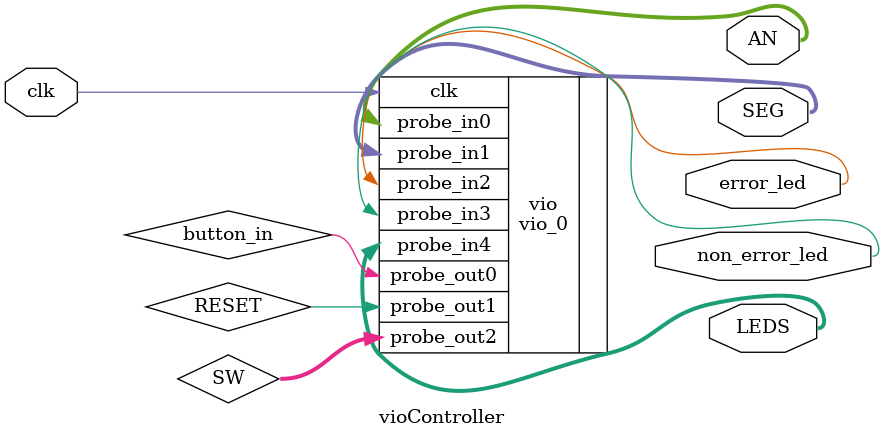
<source format=v>
`timescale 1ns / 1ps

module vioController(
    input clk,
    output error_led,
    output non_error_led,
    output [7:0] AN,
    output [6:0] SEG,
    output [7:0] LEDS
    );
    
    wire button_in, RESET;
    wire[15:0] SW;
    vio_0 vio (
        .clk(clk),
        .probe_in0(AN),
        .probe_in1(SEG),
        .probe_in2(error_led),
        .probe_in3(non_error_led),
        .probe_in4(LEDS),
        .probe_out0(button_in),
        .probe_out1(RESET),
        .probe_out2(SW)
    );
    /*
    main controller (
        .SWITCHES(SW),
        .button_in(button_in), 
        .clk(clk), 
        .button_reset_in(RESET),
        .error_led(error_led),
        .non_error_led(non_error_led),
        .AN(AN),
        .SEG(SEG),
        .LEDS(LEDS)
    );
    */
endmodule


/*
create_clock -period 10.000 -name sys_clk -waveform {0.000 5.000} -add
[get_ports clk]

#àíîäû
set_property IOSTANDARD LVCMOS33 [get_ports {AN[0]}]
set_property PACKAGE_PIN J17 [get_ports {AN[0]}]
set_property IOSTANDARD LVCMOS33 [get_ports {AN[1]}]
set_property PACKAGE_PIN J18 [get_ports {AN[1]}]
set_property IOSTANDARD LVCMOS33 [get_ports {AN[2]}]
set_property PACKAGE_PIN T9 [get_ports {AN[2]}]
set_property IOSTANDARD LVCMOS33 [get_ports {AN[3]}]
set_property PACKAGE_PIN J14 [get_ports {AN[3]}]
set_property IOSTANDARD LVCMOS33 [get_ports {AN[4]}]
set_property PACKAGE_PIN P14 [get_ports {AN[4]}]
set_property IOSTANDARD LVCMOS33 [get_ports {AN[5]}]
set_property PACKAGE_PIN T14 [get_ports {AN[5]}]
set_property IOSTANDARD LVCMOS33 [get_ports {AN[6]}]
set_property PACKAGE_PIN K2 [get_ports {AN[6]}]
set_property IOSTANDARD LVCMOS33 [get_ports {AN[7]}]
set_property PACKAGE_PIN U13 [get_ports {AN[7]}]
#êàòîäû
set_property IOSTANDARD LVCMOS33 [get_ports {SEG[0]}]
set_property PACKAGE_PIN T10 [get_ports {SEG[0]}]
set_property IOSTANDARD LVCMOS33 [get_ports {SEG[1]}]
set_property PACKAGE_PIN R10 [get_ports {SEG[1]}]
set_property IOSTANDARD LVCMOS33 [get_ports {SEG[2]}]
set_property PACKAGE_PIN K16 [get_ports {SEG[2]}]
set_property IOSTANDARD LVCMOS33 [get_ports {SEG[3]}]
set_property PACKAGE_PIN K13 [get_ports {SEG[3]}]
set_property IOSTANDARD LVCMOS33 [get_ports {SEG[4]}]
set_property PACKAGE_PIN P15 [get_ports {SEG[4]}]
set_property IOSTANDARD LVCMOS33 [get_ports {SEG[5]}]
set_property PACKAGE_PIN T11 [get_ports {SEG[5]}]
set_property IOSTANDARD LVCMOS33 [get_ports {SEG[6]}]
set_property PACKAGE_PIN L18 [get_ports {SEG[6]}]
#ëåäû
#îøèáêà
set_property IOSTANDARD LVCMOS33 [get_ports error_led]
set_property PACKAGE_PIN N15 [get_ports error_led]
set_property IOSTANDARD LVCMOS33 [get_ports non_error_led]
set_property PACKAGE_PIN G16 [get_ports non_error_led]
#êîëëè÷åñòâî âïèñàííûõ
set_property IOSTANDARD LVCMOS33 [get_ports {LEDS[0]}]
set_property PACKAGE_PIN V11 [get_ports {LEDS[0]}]
set_property IOSTANDARD LVCMOS33 [get_ports {LEDS[1]}]
set_property PACKAGE_PIN V12 [get_ports {LEDS[1]}]
set_property IOSTANDARD LVCMOS33 [get_ports {LEDS[2]}]
set_property PACKAGE_PIN V14 [get_ports {LEDS[2]}]
set_property IOSTANDARD LVCMOS33 [get_ports {LEDS[3]}]
set_property PACKAGE_PIN V15 [get_ports {LEDS[3]}]
set_property IOSTANDARD LVCMOS33 [get_ports {LEDS[4]}]
set_property PACKAGE_PIN T16 [get_ports {LEDS[4]}]
set_property IOSTANDARD LVCMOS33 [get_ports {LEDS[5]}]
set_property PACKAGE_PIN U14 [get_ports {LEDS[5]}]
set_property IOSTANDARD LVCMOS33 [get_ports {LEDS[6]}]
set_property PACKAGE_PIN T15 [get_ports {LEDS[6]}]
set_property IOSTANDARD LVCMOS33 [get_ports {LEDS[7]}]
set_property PACKAGE_PIN V16 [get_ports {LEDS[7]}]
*/

</source>
